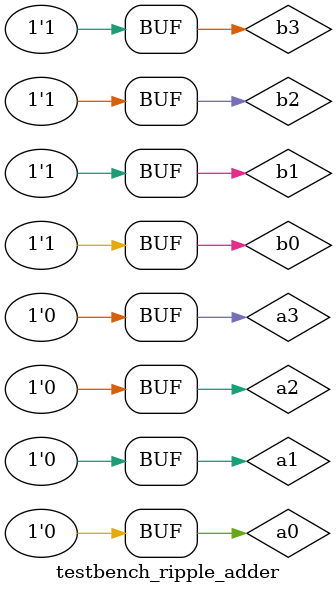
<source format=v>
module testbench_ripple_adder;

 reg a0,b0;
 reg a1,b1;
 reg a2,b2;
 reg a3,b3;

 reg cint;

 wire s0t;
 wire s1t;
 wire s2t;
 wire s3t;
 wire coutt;

ripple_adder rl(
               .a0(a0),.b0(b0),
				   .a1(a1),.b1(b1),
				   .a2(a2),.b2(b2),
				   .a3(a3),.b3(b3),
				   .cin0(cint),.cout(coutt),
				   .s0(s0t),.s1(s1t),
				   .s2(s2t),.s3(s3t)
				  );
				  
				    initial
				     begin

                 a0=0; b0=1; a1=0; b1=1; a2=0; b2=0; a3=0; b3=0; 
                  #10
				 
				     a0=0; b0=1; a1=0; b1=1; a2=0; b2=0; a3=0; b3=1; 
                  #10
				 
				     a0=0; b0=1; a1=0; b1=1; a2=0; b2=0; a3=1; b3=0; 
                  #10
				 
				     a0=0; b0=1; a1=0; b1=1; a2=0; b2=0; a3=1; b3=1; 
                  #10
				 
				     a0=0; b0=1; a1=0; b1=1; a2=0; b2=1; a3=0; b3=0; 
                  #10
				 
				     a0=0; b0=1; a1=0; b1=1; a2=0; b2=1; a3=0; b3=1;

				 
                  end
                  endmodule
</source>
